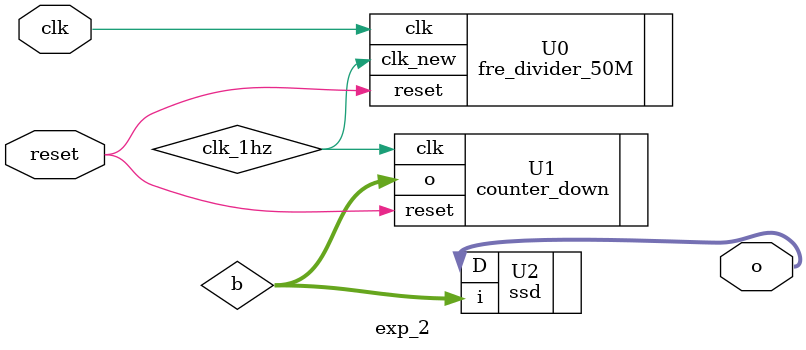
<source format=v>
`timescale 1ns / 1ps


module exp_2(
    input clk,
    input reset,
    output [7:0] o
    );

wire clk_1hz;
wire [3:0] b;
    
fre_divider_50M U0(.clk(clk), .clk_new(clk_1hz), .reset(reset));
counter_down U1(.clk(clk_1hz), .reset(reset), .o(b));
ssd U2(.i(b), .D(o));
  
endmodule

</source>
